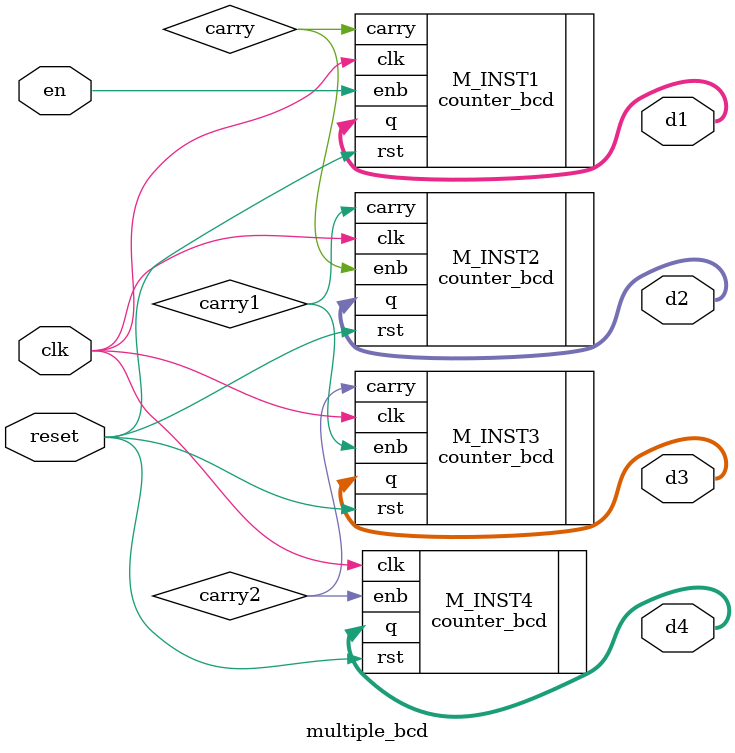
<source format=sv>
`timescale 1ns / 1ps


module multiple_bcd(input logic en, reset,clk,
                    output logic [3:0] d1,d2,d3,d4 
                    );
                    
                    logic carry;
                    logic carry1;
                    logic carry2;


counter_bcd M_INST1 (.rst(reset), .enb(en), .clk(clk), .q(d1), .carry(carry));
counter_bcd M_INST2 (.rst(reset), .enb(carry), .clk(clk), .q(d2), .carry(carry1));
counter_bcd M_INST3 (.rst(reset), .enb(carry1), .clk(clk), .q(d3), .carry(carry2));
counter_bcd M_INST4 (.rst(reset), .enb(carry2), .clk(clk), .q(d4));


endmodule

</source>
